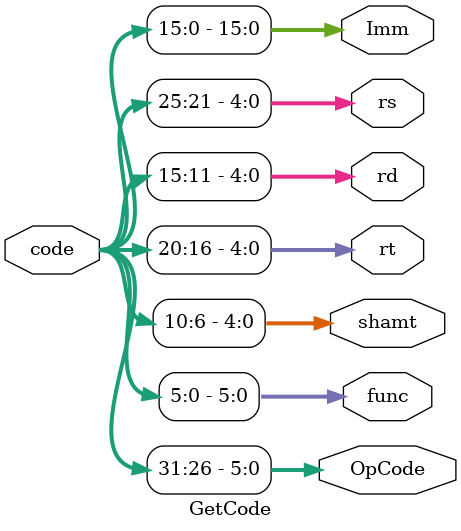
<source format=v>
`timescale 1ns / 1ps


module GetCode(
    input [31:0]code,
    output[5:0]OpCode,func,
    output[4:0]shamt,rt,rd,rs,
    output[15:0]Imm
    );
    

    assign Imm=code[15:0];
    assign func=code[5:0];
    assign shamt=code[10:6];
    assign rd=code[15:11];
    assign rt=code[20:16];
    assign rs=code[25:21];
    assign OpCode=code[31:26];

endmodule

</source>
